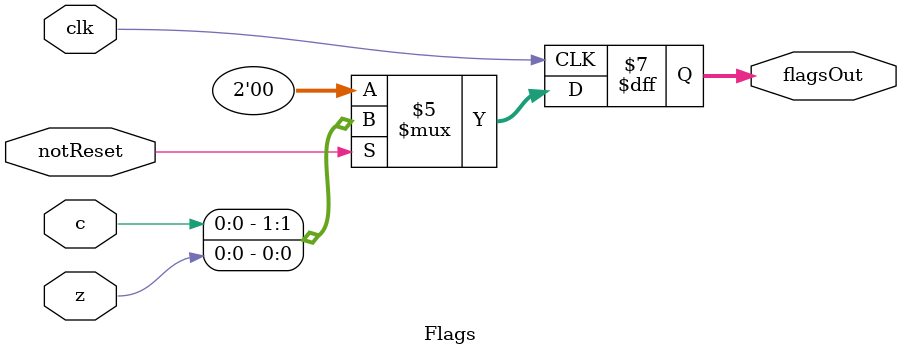
<source format=sv>
module Flags(
  input c,
  input z,
  input notReset,
  input clk,
  output [1:0] flagsOut
);

reg flagsOut = 2'b0;

always @ (posedge clk) begin
	if(~notReset) begin
		{flagsOut} = 2'b0;
	end else begin
		{flagsOut} = {c,z};
	end
end

endmodule
</source>
